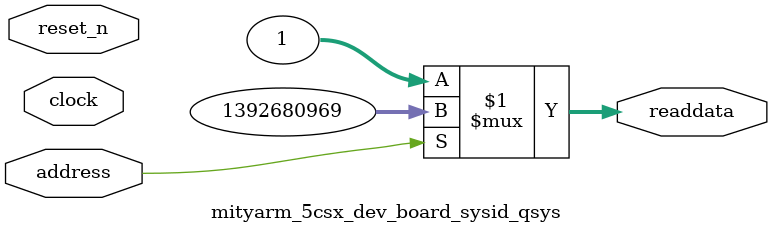
<source format=v>

`timescale 1ns / 1ps
// synthesis translate_on

// turn off superfluous verilog processor warnings 
// altera message_level Level1 
// altera message_off 10034 10035 10036 10037 10230 10240 10030 

module mityarm_5csx_dev_board_sysid_qsys (
               // inputs:
                address,
                clock,
                reset_n,

               // outputs:
                readdata
             )
;

  output  [ 31: 0] readdata;
  input            address;
  input            clock;
  input            reset_n;

  wire    [ 31: 0] readdata;
  //control_slave, which is an e_avalon_slave
  assign readdata = address ? 1392680969 : 1;

endmodule




</source>
